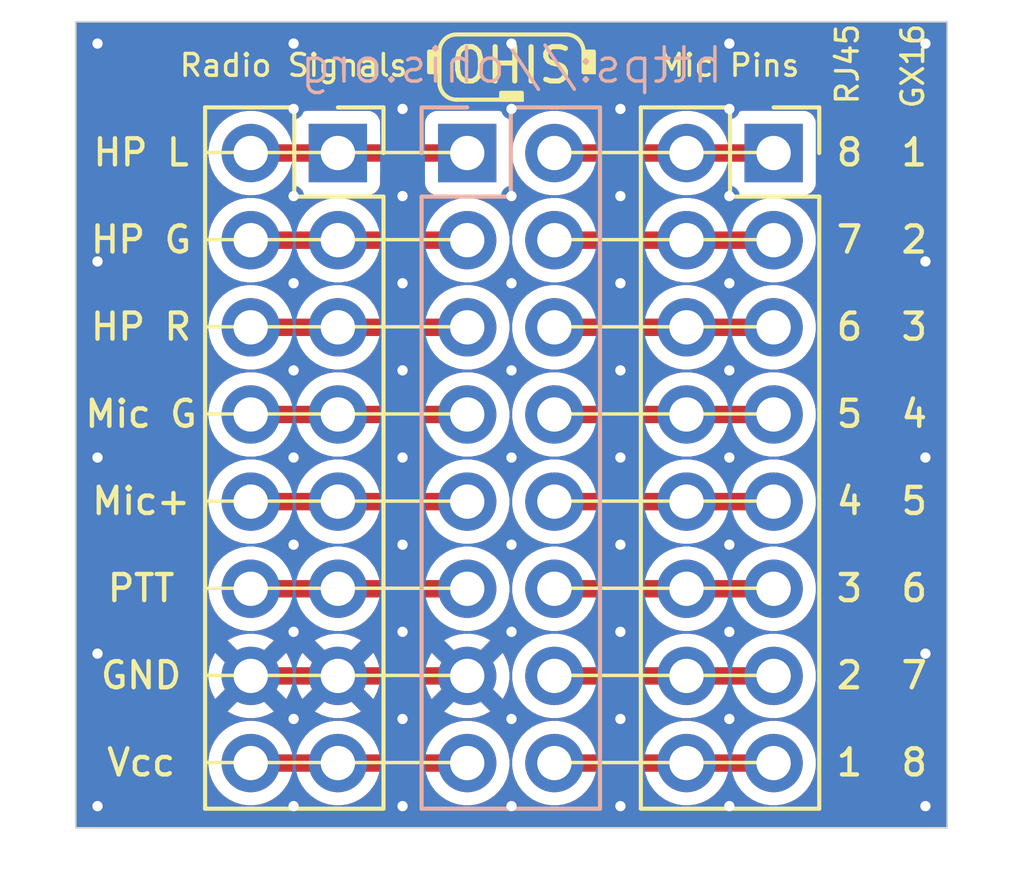
<source format=kicad_pcb>
(kicad_pcb (version 20241229) (generator "pcbnew") (generator_version "9.0")
  (layers (0 "F.Cu" signal) (2 "B.Cu" signal) (13 "F.Paste" user) (15 "B.Paste" user) (5 "F.SilkS" user "F.Silkscreen") (7 "B.SilkS" user "B.Silkscreen") (1 "F.Mask" user) (3 "B.Mask" user) (25 "Edge.Cuts" user))
  (net 0 "")
  (net 1 "Radio Mic GND")
  (net 2 "RJ45-8-GX16-1")
  (net 3 "Radio VCC")
  (net 4 "Radio Mic+")
  (net 5 "RJ45-2-GX16-7")
  (net 6 "RJ45-1-GX16-8")
  (net 7 "Radio HP Right")
  (net 8 "Radio PTT")
  (net 9 "RJ45-4-GX16-5")
  (net 10 "Radio GND")
  (net 11 "Radio HP Left")
  (net 12 "RJ45-7-GX16-2")
  (net 13 "RJ45-6-GX16-3")
  (net 14 "RJ45-5-GX16-4")
  (net 15 "RJ45-3-GX16-6")
  (net 16 "Radio HP GND")
  (footprint "Connector_PinSocket_2.54mm:PinSocket_2x08_P2.54mm_Vertical" (layer "F.Cu") (at 109.24 73.675)
    (property "Reference" "J3" (hide yes))
    (property "Value" "Conn_02x08_Odd_Even")
    (fp_line (start -3.87 -1.33) (end -3.87 19.11) (stroke (width 0.12)) (layer "F.SilkS"))
    (fp_line (start -3.87 -1.33) (end -1.27 -1.33) (stroke (width 0.12)) (layer "F.SilkS"))
    (fp_line (start -3.87 19.11) (end 1.33 19.11) (stroke (width 0.12)) (layer "F.SilkS"))
    (fp_line (start -1.27 -1.33) (end -1.27 1.27) (stroke (width 0.12)) (layer "F.SilkS"))
    (fp_line (start -1.27 1.27) (end 1.33 1.27) (stroke (width 0.12)) (layer "F.SilkS"))
    (fp_line (start 0 -1.33) (end 1.33 -1.33) (stroke (width 0.12)) (layer "F.SilkS"))
    (fp_line (start 1.33 -1.33) (end 1.33 0) (stroke (width 0.12)) (layer "F.SilkS"))
    (fp_line (start 1.33 1.27) (end 1.33 19.11) (stroke (width 0.12)) (layer "F.SilkS"))
    (pad "1" thru_hole rect (at 0 0) (size 1.7 1.7) (drill 1) (layers "*.Cu" "*.Mask") (net 11 "Radio HP Left"))
    (pad "2" thru_hole circle (at -2.54 0) (size 1.7 1.7) (drill 1) (layers "*.Cu" "*.Mask") (net 11 "Radio HP Left"))
    (pad "3" thru_hole circle (at 0 2.54) (size 1.7 1.7) (drill 1) (layers "*.Cu" "*.Mask") (net 16 "Radio HP GND"))
    (pad "4" thru_hole circle (at -2.54 2.54) (size 1.7 1.7) (drill 1) (layers "*.Cu" "*.Mask") (net 16 "Radio HP GND"))
    (pad "5" thru_hole circle (at 0 5.08) (size 1.7 1.7) (drill 1) (layers "*.Cu" "*.Mask") (net 7 "Radio HP Right"))
    (pad "6" thru_hole circle (at -2.54 5.08) (size 1.7 1.7) (drill 1) (layers "*.Cu" "*.Mask") (net 7 "Radio HP Right"))
    (pad "7" thru_hole circle (at 0 7.62) (size 1.7 1.7) (drill 1) (layers "*.Cu" "*.Mask") (net 1 "Radio Mic GND"))
    (pad "8" thru_hole circle (at -2.54 7.62) (size 1.7 1.7) (drill 1) (layers "*.Cu" "*.Mask") (net 1 "Radio Mic GND"))
    (pad "9" thru_hole circle (at 0 10.16) (size 1.7 1.7) (drill 1) (layers "*.Cu" "*.Mask") (net 4 "Radio Mic+"))
    (pad "10" thru_hole circle (at -2.54 10.16) (size 1.7 1.7) (drill 1) (layers "*.Cu" "*.Mask") (net 4 "Radio Mic+"))
    (pad "11" thru_hole circle (at 0 12.7) (size 1.7 1.7) (drill 1) (layers "*.Cu" "*.Mask") (net 8 "Radio PTT"))
    (pad "12" thru_hole circle (at -2.54 12.7) (size 1.7 1.7) (drill 1) (layers "*.Cu" "*.Mask") (net 8 "Radio PTT"))
    (pad "13" thru_hole circle (at 0 15.24) (size 1.7 1.7) (drill 1) (layers "*.Cu" "*.Mask") (net 10 "Radio GND"))
    (pad "14" thru_hole circle (at -2.54 15.24) (size 1.7 1.7) (drill 1) (layers "*.Cu" "*.Mask") (net 10 "Radio GND"))
    (pad "15" thru_hole circle (at 0 17.78) (size 1.7 1.7) (drill 1) (layers "*.Cu" "*.Mask") (net 3 "Radio VCC"))
    (pad "16" thru_hole circle (at -2.54 17.78) (size 1.7 1.7) (drill 1) (layers "*.Cu" "*.Mask") (net 3 "Radio VCC"))
  )
  (footprint "Connector_PinSocket_2.54mm:PinSocket_2x08_P2.54mm_Vertical" (layer "F.Cu") (at 121.94 73.675)
    (property "Reference" "J2" (hide yes))
    (property "Value" "Conn_02x08_Odd_Even")
    (fp_line (start -3.87 -1.33) (end -3.87 19.11) (stroke (width 0.12)) (layer "F.SilkS"))
    (fp_line (start -3.87 -1.33) (end -1.27 -1.33) (stroke (width 0.12)) (layer "F.SilkS"))
    (fp_line (start -3.87 19.11) (end 1.33 19.11) (stroke (width 0.12)) (layer "F.SilkS"))
    (fp_line (start -1.27 -1.33) (end -1.27 1.27) (stroke (width 0.12)) (layer "F.SilkS"))
    (fp_line (start -1.27 1.27) (end 1.33 1.27) (stroke (width 0.12)) (layer "F.SilkS"))
    (fp_line (start 0 -1.33) (end 1.33 -1.33) (stroke (width 0.12)) (layer "F.SilkS"))
    (fp_line (start 1.33 -1.33) (end 1.33 0) (stroke (width 0.12)) (layer "F.SilkS"))
    (fp_line (start 1.33 1.27) (end 1.33 19.11) (stroke (width 0.12)) (layer "F.SilkS"))
    (pad "1" thru_hole rect (at 0 0) (size 1.7 1.7) (drill 1) (layers "*.Cu" "*.Mask") (net 2 "RJ45-8-GX16-1"))
    (pad "2" thru_hole circle (at -2.54 0) (size 1.7 1.7) (drill 1) (layers "*.Cu" "*.Mask") (net 2 "RJ45-8-GX16-1"))
    (pad "3" thru_hole circle (at 0 2.54) (size 1.7 1.7) (drill 1) (layers "*.Cu" "*.Mask") (net 12 "RJ45-7-GX16-2"))
    (pad "4" thru_hole circle (at -2.54 2.54) (size 1.7 1.7) (drill 1) (layers "*.Cu" "*.Mask") (net 12 "RJ45-7-GX16-2"))
    (pad "5" thru_hole circle (at 0 5.08) (size 1.7 1.7) (drill 1) (layers "*.Cu" "*.Mask") (net 13 "RJ45-6-GX16-3"))
    (pad "6" thru_hole circle (at -2.54 5.08) (size 1.7 1.7) (drill 1) (layers "*.Cu" "*.Mask") (net 13 "RJ45-6-GX16-3"))
    (pad "7" thru_hole circle (at 0 7.62) (size 1.7 1.7) (drill 1) (layers "*.Cu" "*.Mask") (net 14 "RJ45-5-GX16-4"))
    (pad "8" thru_hole circle (at -2.54 7.62) (size 1.7 1.7) (drill 1) (layers "*.Cu" "*.Mask") (net 14 "RJ45-5-GX16-4"))
    (pad "9" thru_hole circle (at 0 10.16) (size 1.7 1.7) (drill 1) (layers "*.Cu" "*.Mask") (net 9 "RJ45-4-GX16-5"))
    (pad "10" thru_hole circle (at -2.54 10.16) (size 1.7 1.7) (drill 1) (layers "*.Cu" "*.Mask") (net 9 "RJ45-4-GX16-5"))
    (pad "11" thru_hole circle (at 0 12.7) (size 1.7 1.7) (drill 1) (layers "*.Cu" "*.Mask") (net 15 "RJ45-3-GX16-6"))
    (pad "12" thru_hole circle (at -2.54 12.7) (size 1.7 1.7) (drill 1) (layers "*.Cu" "*.Mask") (net 15 "RJ45-3-GX16-6"))
    (pad "13" thru_hole circle (at 0 15.24) (size 1.7 1.7) (drill 1) (layers "*.Cu" "*.Mask") (net 5 "RJ45-2-GX16-7"))
    (pad "14" thru_hole circle (at -2.54 15.24) (size 1.7 1.7) (drill 1) (layers "*.Cu" "*.Mask") (net 5 "RJ45-2-GX16-7"))
    (pad "15" thru_hole circle (at 0 17.78) (size 1.7 1.7) (drill 1) (layers "*.Cu" "*.Mask") (net 6 "RJ45-1-GX16-8"))
    (pad "16" thru_hole circle (at -2.54 17.78) (size 1.7 1.7) (drill 1) (layers "*.Cu" "*.Mask") (net 6 "RJ45-1-GX16-8"))
  )
  (footprint "OHIS:Logo_OHIS_Small" (layer "F.Cu") (at 114.3 71.12)
    (property "Reference" "G1" (hide yes))
    (property "Value" "Board_Artwork" (hide yes))
    (fp_line (start -2.1 -0.4) (end -2.1 0.5) (stroke (width 0.12)) (layer "F.SilkS"))
    (fp_line (start -1.6 1) (end 0.3 1) (stroke (width 0.12)) (layer "F.SilkS"))
    (fp_line (start 1.6 -0.9) (end -1.6 -0.9) (stroke (width 0.12)) (layer "F.SilkS"))
    (fp_rect (start -2.1 0.2) (end -2.4 -0.4) (stroke (width 0.12)) (fill yes) (layer "F.SilkS"))
    (fp_rect (start 0.3 1) (end -0.3 0.8) (stroke (width 0.12)) (fill yes) (layer "F.SilkS"))
    (fp_rect (start 2.4 0.2) (end 2.1 -0.4) (stroke (width 0.12)) (fill yes) (layer "F.SilkS"))
    (fp_arc (start -2.1 -0.4) (mid -1.953553 -0.753553) (end -1.6 -0.9) (stroke (width 0.12)) (layer "F.SilkS"))
    (fp_arc (start -1.6 1) (mid -1.953553 0.853553) (end -2.1 0.5) (stroke (width 0.12)) (layer "F.SilkS"))
    (fp_arc (start 1.6 -0.9) (mid 1.953553 -0.753553) (end 2.1 -0.4) (stroke (width 0.12)) (layer "F.SilkS"))
    (fp_text user "OHIS" (at 0 0 0) (layer "F.SilkS"))
  )
  (footprint "Connector_PinSocket_2.54mm:PinSocket_2x08_P2.54mm_Vertical" (layer "B.Cu") (at 113.01 73.675 180)
    (property "Reference" "J1" (hide yes))
    (property "Value" "Conn_02x08_Odd_Even")
    (fp_line (start 1.33 1.33) (end 1.33 0) (stroke (width 0.12)) (layer "B.SilkS"))
    (fp_line (start 1.33 -1.27) (end 1.33 -19.11) (stroke (width 0.12)) (layer "B.SilkS"))
    (fp_line (start 0 1.33) (end 1.33 1.33) (stroke (width 0.12)) (layer "B.SilkS"))
    (fp_line (start -1.27 1.33) (end -1.27 -1.27) (stroke (width 0.12)) (layer "B.SilkS"))
    (fp_line (start -1.27 -1.27) (end 1.33 -1.27) (stroke (width 0.12)) (layer "B.SilkS"))
    (fp_line (start -3.87 1.33) (end -1.27 1.33) (stroke (width 0.12)) (layer "B.SilkS"))
    (fp_line (start -3.87 1.33) (end -3.87 -19.11) (stroke (width 0.12)) (layer "B.SilkS"))
    (fp_line (start -3.87 -19.11) (end 1.33 -19.11) (stroke (width 0.12)) (layer "B.SilkS"))
    (pad "1" thru_hole rect (at 0 0 180) (size 1.7 1.7) (drill 1) (layers "*.Cu" "*.Mask") (net 11 "Radio HP Left"))
    (pad "2" thru_hole circle (at -2.54 0 180) (size 1.7 1.7) (drill 1) (layers "*.Cu" "*.Mask") (net 2 "RJ45-8-GX16-1"))
    (pad "3" thru_hole circle (at 0 -2.54 180) (size 1.7 1.7) (drill 1) (layers "*.Cu" "*.Mask") (net 16 "Radio HP GND"))
    (pad "4" thru_hole circle (at -2.54 -2.54 180) (size 1.7 1.7) (drill 1) (layers "*.Cu" "*.Mask") (net 12 "RJ45-7-GX16-2"))
    (pad "5" thru_hole circle (at 0 -5.08 180) (size 1.7 1.7) (drill 1) (layers "*.Cu" "*.Mask") (net 7 "Radio HP Right"))
    (pad "6" thru_hole circle (at -2.54 -5.08 180) (size 1.7 1.7) (drill 1) (layers "*.Cu" "*.Mask") (net 13 "RJ45-6-GX16-3"))
    (pad "7" thru_hole circle (at 0 -7.62 180) (size 1.7 1.7) (drill 1) (layers "*.Cu" "*.Mask") (net 1 "Radio Mic GND"))
    (pad "8" thru_hole circle (at -2.54 -7.62 180) (size 1.7 1.7) (drill 1) (layers "*.Cu" "*.Mask") (net 14 "RJ45-5-GX16-4"))
    (pad "9" thru_hole circle (at 0 -10.16 180) (size 1.7 1.7) (drill 1) (layers "*.Cu" "*.Mask") (net 4 "Radio Mic+"))
    (pad "10" thru_hole circle (at -2.54 -10.16 180) (size 1.7 1.7) (drill 1) (layers "*.Cu" "*.Mask") (net 9 "RJ45-4-GX16-5"))
    (pad "11" thru_hole circle (at 0 -12.7 180) (size 1.7 1.7) (drill 1) (layers "*.Cu" "*.Mask") (net 8 "Radio PTT"))
    (pad "12" thru_hole circle (at -2.54 -12.7 180) (size 1.7 1.7) (drill 1) (layers "*.Cu" "*.Mask") (net 15 "RJ45-3-GX16-6"))
    (pad "13" thru_hole circle (at 0 -15.24 180) (size 1.7 1.7) (drill 1) (layers "*.Cu" "*.Mask") (net 10 "Radio GND"))
    (pad "14" thru_hole circle (at -2.54 -15.24 180) (size 1.7 1.7) (drill 1) (layers "*.Cu" "*.Mask") (net 5 "RJ45-2-GX16-7"))
    (pad "15" thru_hole circle (at 0 -17.78 180) (size 1.7 1.7) (drill 1) (layers "*.Cu" "*.Mask") (net 3 "Radio VCC"))
    (pad "16" thru_hole circle (at -2.54 -17.78 180) (size 1.7 1.7) (drill 1) (layers "*.Cu" "*.Mask") (net 6 "RJ45-1-GX16-8"))
  )
  (gr_line (start 105.41 73.66) (end 113.03 73.66) (stroke (width 0.1)) (layer "F.SilkS"))
  (gr_line (start 115.57 76.2) (end 121.92 76.2) (stroke (width 0.1)) (layer "F.SilkS"))
  (gr_line (start 115.57 73.66) (end 121.92 73.66) (stroke (width 0.1)) (layer "F.SilkS"))
  (gr_line (start 105.41 88.9) (end 113.03 88.9) (stroke (width 0.1)) (layer "F.SilkS"))
  (gr_line (start 115.57 88.9) (end 121.92 88.9) (stroke (width 0.1)) (layer "F.SilkS"))
  (gr_line (start 105.41 81.28) (end 113.03 81.28) (stroke (width 0.1)) (layer "F.SilkS"))
  (gr_line (start 105.41 83.82) (end 113.03 83.82) (stroke (width 0.1)) (layer "F.SilkS"))
  (gr_line (start 115.57 81.28) (end 121.92 81.28) (stroke (width 0.1)) (layer "F.SilkS"))
  (gr_line (start 115.57 83.82) (end 121.92 83.82) (stroke (width 0.1)) (layer "F.SilkS"))
  (gr_line (start 105.41 86.36) (end 113.03 86.36) (stroke (width 0.1)) (layer "F.SilkS"))
  (gr_line (start 105.41 76.2) (end 113.03 76.2) (stroke (width 0.1)) (layer "F.SilkS"))
  (gr_line (start 115.57 91.44) (end 121.92 91.44) (stroke (width 0.1)) (layer "F.SilkS"))
  (gr_line (start 115.57 86.36) (end 121.92 86.36) (stroke (width 0.1)) (layer "F.SilkS"))
  (gr_line (start 105.41 78.74) (end 113.03 78.74) (stroke (width 0.1)) (layer "F.SilkS"))
  (gr_line (start 115.57 78.74) (end 121.92 78.74) (stroke (width 0.1)) (layer "F.SilkS"))
  (gr_line (start 105.41 91.44) (end 113.03 91.44) (stroke (width 0.1)) (layer "F.SilkS"))
  (gr_rect (start 101.6 69.85) (end 127 93.345) (stroke (width 0.05)) (fill no) (layer "Edge.Cuts"))
  (gr_text "Mic+" (at 103.505 83.82 0) (layer "F.SilkS") (effects (font (size 0.762 0.762) (thickness 0.127) (bold yes))))
  (gr_text "7  2" (at 125.095 76.2 0) (layer "F.SilkS") (effects (font (size 0.762 0.762) (thickness 0.127) (bold yes))))
  (gr_text "2  7" (at 125.095 88.9 0) (layer "F.SilkS") (effects (font (size 0.762 0.762) (thickness 0.127) (bold yes))))
  (gr_text "GND" (at 103.505 88.9 0) (layer "F.SilkS") (effects (font (size 0.762 0.762) (thickness 0.127) (bold yes))))
  (gr_text "GX16" (at 126.365 69.85 90) (layer "F.SilkS") (effects (font (size 0.635 0.635) (thickness 0.1016)) (justify right bottom)))
  (gr_text "PTT" (at 103.505 86.36 0) (layer "F.SilkS") (effects (font (size 0.762 0.762) (thickness 0.127) (bold yes))))
  (gr_text "1  8" (at 125.095 91.44 0) (layer "F.SilkS") (effects (font (size 0.762 0.762) (thickness 0.127) (bold yes))))
  (gr_text "Mic Pins" (at 120.65 71.12 0) (layer "F.SilkS") (effects (font (size 0.635 0.635) (thickness 0.1016))))
  (gr_text "5  4" (at 125.095 81.28 0) (layer "F.SilkS") (effects (font (size 0.762 0.762) (thickness 0.127) (bold yes))))
  (gr_text "4  5" (at 125.095 83.82 0) (layer "F.SilkS") (effects (font (size 0.762 0.762) (thickness 0.127) (bold yes))))
  (gr_text "3  6" (at 125.095 86.36 0) (layer "F.SilkS") (effects (font (size 0.762 0.762) (thickness 0.127) (bold yes))))
  (gr_text "Vcc" (at 103.505 91.44 0) (layer "F.SilkS") (effects (font (size 0.762 0.762) (thickness 0.127) (bold yes))))
  (gr_text "RJ45" (at 124.46 69.85 90) (layer "F.SilkS") (effects (font (size 0.635 0.635) (thickness 0.1016)) (justify right bottom)))
  (gr_text "8  1" (at 125.095 73.66 0) (layer "F.SilkS") (effects (font (size 0.762 0.762) (thickness 0.127) (bold yes))))
  (gr_text "HP G" (at 103.505 76.2 0) (layer "F.SilkS") (effects (font (size 0.762 0.762) (thickness 0.127) (bold yes))))
  (gr_text "HP R" (at 103.505 78.74 0) (layer "F.SilkS") (effects (font (size 0.762 0.762) (thickness 0.127) (bold yes))))
  (gr_text "HP L" (at 103.505 73.66 0) (layer "F.SilkS") (effects (font (size 0.762 0.762) (thickness 0.127) (bold yes))))
  (gr_text "6  3" (at 125.095 78.74 0) (layer "F.SilkS") (effects (font (size 0.762 0.762) (thickness 0.127) (bold yes))))
  (gr_text "Mic G" (at 103.505 81.28 0) (layer "F.SilkS") (effects (font (size 0.762 0.762) (thickness 0.127) (bold yes))))
  (gr_text "Radio Signals" (at 107.95 71.12 0) (layer "F.SilkS") (effects (font (size 0.635 0.635) (thickness 0.1016))))
  (gr_text "https://ohis.org" (at 114.3 71.12 0) (layer "B.SilkS") (effects (font (size 1 1) (thickness 0.1)) (justify mirror)))
  (segment (start 106.7 81.295) (end 113.01 81.295) (width 0.508) (layer "F.Cu") (net 1))
  (segment (start 121.94 73.675) (end 115.55 73.675) (width 0.508) (layer "F.Cu") (net 2))
  (segment (start 106.7 91.455) (end 113.01 91.455) (width 0.508) (layer "F.Cu") (net 3))
  (segment (start 113.01 83.835) (end 106.7 83.835) (width 0.508) (layer "F.Cu") (net 4))
  (segment (start 121.94 88.915) (end 115.55 88.915) (width 0.508) (layer "F.Cu") (net 5))
  (segment (start 115.55 91.455) (end 121.94 91.455) (width 0.508) (layer "F.Cu") (net 6))
  (segment (start 113.01 78.755) (end 106.7 78.755) (width 0.508) (layer "F.Cu") (net 7))
  (segment (start 106.7 86.375) (end 113.01 86.375) (width 0.508) (layer "F.Cu") (net 8))
  (segment (start 121.94 83.835) (end 115.55 83.835) (width 0.508) (layer "F.Cu") (net 9))
  (segment (start 113.01 88.915) (end 106.7 88.915) (width 0.508) (layer "F.Cu") (net 10))
  (via (at 114.3 74.93) (size 0.6) (drill 0.3) (layers "F.Cu" "B.Cu") (net 10))
  (via (at 117.475 82.55) (size 0.6) (drill 0.3) (layers "F.Cu" "B.Cu") (net 10))
  (via (at 114.3 87.63) (size 0.6) (drill 0.3) (layers "F.Cu" "B.Cu") (net 10))
  (via (at 107.95 70.485) (size 0.6) (drill 0.3) (layers "F.Cu" "B.Cu") (net 10))
  (via (at 107.95 82.55) (size 0.6) (drill 0.3) (layers "F.Cu" "B.Cu") (net 10))
  (via (at 114.3 90.17) (size 0.6) (drill 0.3) (layers "F.Cu" "B.Cu") (net 10))
  (via (at 120.65 92.71) (size 0.6) (drill 0.3) (layers "F.Cu" "B.Cu") (net 10))
  (via (at 107.95 87.63) (size 0.6) (drill 0.3) (layers "F.Cu" "B.Cu") (net 10))
  (via (at 126.365 70.485) (size 0.6) (drill 0.3) (layers "F.Cu" "B.Cu") (net 10))
  (via (at 107.95 72.39) (size 0.6) (drill 0.3) (layers "F.Cu" "B.Cu") (net 10))
  (via (at 111.125 72.39) (size 0.6) (drill 0.3) (layers "F.Cu" "B.Cu") (net 10))
  (via (at 111.125 85.09) (size 0.6) (drill 0.3) (layers "F.Cu" "B.Cu") (net 10))
  (via (at 117.475 90.17) (size 0.6) (drill 0.3) (layers "F.Cu" "B.Cu") (net 10))
  (via (at 107.95 77.47) (size 0.6) (drill 0.3) (layers "F.Cu" "B.Cu") (net 10))
  (via (at 111.125 80.01) (size 0.6) (drill 0.3) (layers "F.Cu" "B.Cu") (net 10))
  (via (at 107.95 85.09) (size 0.6) (drill 0.3) (layers "F.Cu" "B.Cu") (net 10))
  (via (at 120.65 77.47) (size 0.6) (drill 0.3) (layers "F.Cu" "B.Cu") (net 10))
  (via (at 117.475 80.01) (size 0.6) (drill 0.3) (layers "F.Cu" "B.Cu") (net 10))
  (via (at 120.65 80.01) (size 0.6) (drill 0.3) (layers "F.Cu" "B.Cu") (net 10))
  (via (at 120.65 87.63) (size 0.6) (drill 0.3) (layers "F.Cu" "B.Cu") (net 10))
  (via (at 120.65 90.17) (size 0.6) (drill 0.3) (layers "F.Cu" "B.Cu") (net 10))
  (via (at 120.65 70.485) (size 0.6) (drill 0.3) (layers "F.Cu" "B.Cu") (net 10))
  (via (at 117.475 74.93) (size 0.6) (drill 0.3) (layers "F.Cu" "B.Cu") (net 10))
  (via (at 114.3 92.71) (size 0.6) (drill 0.3) (layers "F.Cu" "B.Cu") (net 10))
  (via (at 117.475 92.71) (size 0.6) (drill 0.3) (layers "F.Cu" "B.Cu") (net 10))
  (via (at 114.3 70.485) (size 0.6) (drill 0.3) (layers "F.Cu" "B.Cu") (net 10))
  (via (at 117.475 87.63) (size 0.6) (drill 0.3) (layers "F.Cu" "B.Cu") (net 10))
  (via (at 120.65 72.39) (size 0.6) (drill 0.3) (layers "F.Cu" "B.Cu") (net 10))
  (via (at 120.65 74.93) (size 0.6) (drill 0.3) (layers "F.Cu" "B.Cu") (net 10))
  (via (at 111.125 90.17) (size 0.6) (drill 0.3) (layers "F.Cu" "B.Cu") (net 10))
  (via (at 107.95 80.01) (size 0.6) (drill 0.3) (layers "F.Cu" "B.Cu") (net 10))
  (via (at 114.3 77.47) (size 0.6) (drill 0.3) (layers "F.Cu" "B.Cu") (net 10))
  (via (at 114.3 85.09) (size 0.6) (drill 0.3) (layers "F.Cu" "B.Cu") (net 10))
  (via (at 114.3 82.55) (size 0.6) (drill 0.3) (layers "F.Cu" "B.Cu") (net 10))
  (via (at 102.235 88.265) (size 0.6) (drill 0.3) (layers "F.Cu" "B.Cu") (net 10))
  (via (at 111.125 82.55) (size 0.6) (drill 0.3) (layers "F.Cu" "B.Cu") (net 10))
  (via (at 111.125 74.93) (size 0.6) (drill 0.3) (layers "F.Cu" "B.Cu") (net 10))
  (via (at 117.475 85.09) (size 0.6) (drill 0.3) (layers "F.Cu" "B.Cu") (net 10))
  (via (at 107.95 92.71) (size 0.6) (drill 0.3) (layers "F.Cu" "B.Cu") (net 10))
  (via (at 102.235 82.55) (size 0.6) (drill 0.3) (layers "F.Cu" "B.Cu") (net 10))
  (via (at 107.95 74.93) (size 0.6) (drill 0.3) (layers "F.Cu" "B.Cu") (net 10))
  (via (at 114.3 80.01) (size 0.6) (drill 0.3) (layers "F.Cu" "B.Cu") (net 10))
  (via (at 102.235 70.485) (size 0.6) (drill 0.3) (layers "F.Cu" "B.Cu") (net 10))
  (via (at 107.95 90.17) (size 0.6) (drill 0.3) (layers "F.Cu" "B.Cu") (net 10))
  (via (at 117.475 72.39) (size 0.6) (drill 0.3) (layers "F.Cu" "B.Cu") (net 10))
  (via (at 126.365 92.71) (size 0.6) (drill 0.3) (layers "F.Cu" "B.Cu") (net 10))
  (via (at 120.65 85.09) (size 0.6) (drill 0.3) (layers "F.Cu" "B.Cu") (net 10))
  (via (at 111.125 87.63) (size 0.6) (drill 0.3) (layers "F.Cu" "B.Cu") (net 10))
  (via (at 102.235 76.835) (size 0.6) (drill 0.3) (layers "F.Cu" "B.Cu") (net 10))
  (via (at 117.475 77.47) (size 0.6) (drill 0.3) (layers "F.Cu" "B.Cu") (net 10))
  (via (at 111.125 92.71) (size 0.6) (drill 0.3) (layers "F.Cu" "B.Cu") (net 10))
  (via (at 120.65 82.55) (size 0.6) (drill 0.3) (layers "F.Cu" "B.Cu") (net 10))
  (via (at 102.235 92.71) (size 0.6) (drill 0.3) (layers "F.Cu" "B.Cu") (net 10))
  (via (at 114.3 72.39) (size 0.6) (drill 0.3) (layers "F.Cu" "B.Cu") (net 10))
  (via (at 126.365 88.265) (size 0.6) (drill 0.3) (layers "F.Cu" "B.Cu") (net 10))
  (via (at 126.365 82.55) (size 0.6) (drill 0.3) (layers "F.Cu" "B.Cu") (net 10))
  (via (at 111.125 77.47) (size 0.6) (drill 0.3) (layers "F.Cu" "B.Cu") (net 10))
  (via (at 126.365 76.835) (size 0.6) (drill 0.3) (layers "F.Cu" "B.Cu") (net 10))
  (segment (start 113.01 73.675) (end 106.7 73.675) (width 0.508) (layer "F.Cu") (net 11))
  (segment (start 115.55 76.215) (end 121.94 76.215) (width 0.508) (layer "F.Cu") (net 12))
  (segment (start 121.94 78.755) (end 115.55 78.755) (width 0.508) (layer "F.Cu") (net 13))
  (segment (start 115.55 81.295) (end 121.94 81.295) (width 0.508) (layer "F.Cu") (net 14))
  (segment (start 115.55 86.375) (end 121.94 86.375) (width 0.508) (layer "F.Cu") (net 15))
  (segment (start 106.7 76.215) (end 113.01 76.215) (width 0.508) (layer "F.Cu") (net 16))
  (zone (net 10) (net_name "Radio GND") (layers "F.Cu" "B.Cu") (connect_pads (clearance 0.381)) (min_thickness 0.0254) (fill yes (thermal_gap 0.381) (thermal_bridge_width 0.508))
    (polygon (pts (xy 100.965 69.215) (xy 127.635 69.215) (xy 127.635 93.98) (xy 100.965 93.98)))
  )
)
</source>
